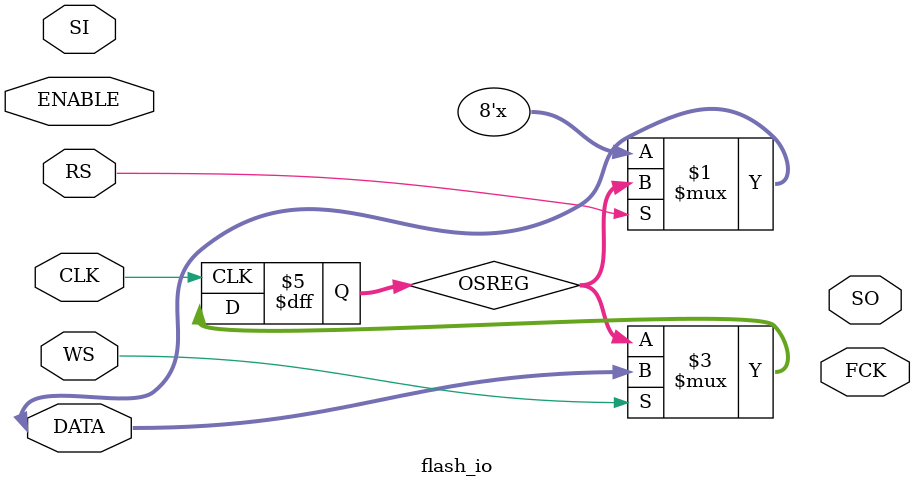
<source format=v>
`timescale 1ns / 1ps
module flash_io(
    input CLK,
    input ENABLE,
    input WS,
    input RS,
    inout [7:0] DATA,
	 input SI,
	 output SO,
	 output FCK
    );

	reg [7:0] OSREG;

	assign DATA = (RS) ? OSREG : 8'hzz;
	
	always @(posedge CLK) begin
		if (WS) OSREG <= DATA;
	end

endmodule

</source>
